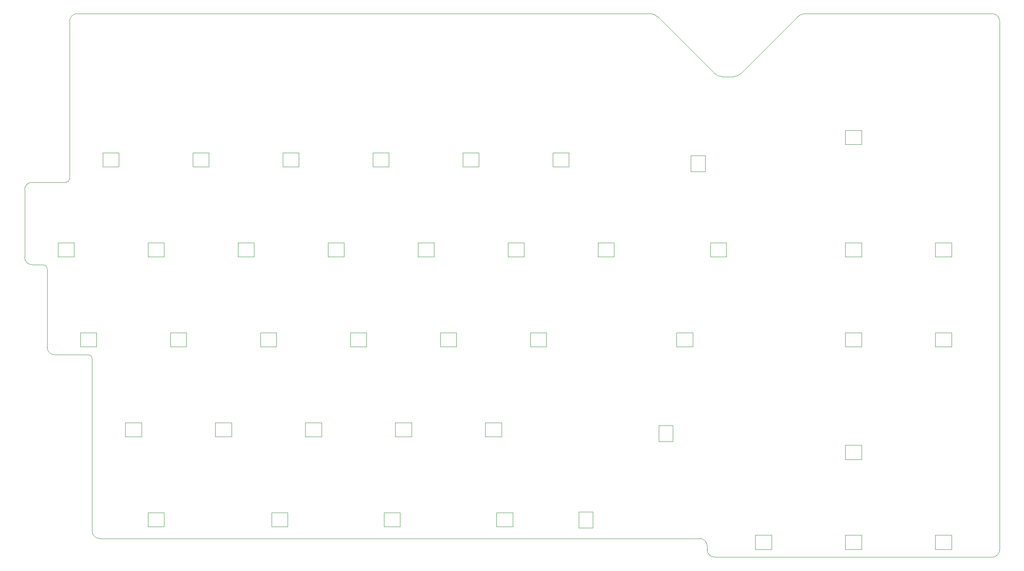
<source format=gm1>
%TF.GenerationSoftware,KiCad,Pcbnew,(6.0.5)*%
%TF.CreationDate,2022-07-21T21:28:31-06:00*%
%TF.ProjectId,kb_right,6b625f72-6967-4687-942e-6b696361645f,rev?*%
%TF.SameCoordinates,Original*%
%TF.FileFunction,Profile,NP*%
%FSLAX46Y46*%
G04 Gerber Fmt 4.6, Leading zero omitted, Abs format (unit mm)*
G04 Created by KiCad (PCBNEW (6.0.5)) date 2022-07-21 21:28:31*
%MOMM*%
%LPD*%
G01*
G04 APERTURE LIST*
%TA.AperFunction,Profile*%
%ADD10C,0.100000*%
%TD*%
%TA.AperFunction,Profile*%
%ADD11C,0.120000*%
%TD*%
G04 APERTURE END LIST*
D10*
X202406254Y-31750040D02*
G75*
G03*
X200818750Y-32543750I234546J-2453560D01*
G01*
X183356250Y-44450000D02*
X171450000Y-32543750D01*
X46037500Y-67468750D02*
G75*
G03*
X46831250Y-66675000I0J793750D01*
G01*
X180181250Y-142875000D02*
X53181250Y-142875000D01*
X51593750Y-141287500D02*
X51593750Y-104775000D01*
X242093750Y-146843750D02*
G75*
G03*
X243681250Y-145256250I-50J1587550D01*
G01*
X181768750Y-145256250D02*
G75*
G03*
X183356250Y-146843750I1587550J50D01*
G01*
X37306250Y-83343750D02*
X37306250Y-69056250D01*
X51593750Y-104775000D02*
G75*
G03*
X50800000Y-103981250I-793750J0D01*
G01*
X183356270Y-44449980D02*
G75*
G03*
X184943750Y-45085000I1574130J1633380D01*
G01*
X51593800Y-141287500D02*
G75*
G03*
X53181250Y-142875000I1587500J0D01*
G01*
X187325000Y-45085007D02*
G75*
G03*
X188912500Y-44450000I52900J2169607D01*
G01*
X50800000Y-103981250D02*
X43656250Y-103981250D01*
X169862500Y-31750000D02*
X48418750Y-31750000D01*
X243681250Y-145256250D02*
X243681250Y-33337500D01*
X200818750Y-32543750D02*
X188912500Y-44450000D01*
X37306250Y-83343750D02*
G75*
G03*
X38893750Y-84931250I1587550J50D01*
G01*
X181768750Y-145256250D02*
X181768750Y-144462500D01*
X42068750Y-102393750D02*
G75*
G03*
X43656250Y-103981250I1587550J50D01*
G01*
X171450005Y-32543745D02*
G75*
G03*
X169862500Y-31750000I-2005105J-2025855D01*
G01*
X46831250Y-66675000D02*
X46831250Y-33337500D01*
X181768700Y-144462500D02*
G75*
G03*
X180181250Y-142875000I-1587500J0D01*
G01*
X38893750Y-67468750D02*
G75*
G03*
X37306250Y-69056250I0J-1587500D01*
G01*
X242093750Y-146843750D02*
X183356250Y-146843750D01*
X38893750Y-67468750D02*
X46037500Y-67468750D01*
X202406250Y-31750000D02*
X242093750Y-31750000D01*
X243681200Y-33337500D02*
G75*
G03*
X242093750Y-31750000I-1587500J0D01*
G01*
X42068750Y-102393750D02*
X42068750Y-85725000D01*
X41275000Y-84931250D02*
X38893750Y-84931250D01*
X42068750Y-85725000D02*
G75*
G03*
X41275000Y-84931250I-793750J0D01*
G01*
X48418750Y-31749950D02*
G75*
G03*
X46831250Y-33337500I50J-1587550D01*
G01*
X187325000Y-45085000D02*
X184943750Y-45085000D01*
D11*
%TO.C,D110*%
X66787500Y-80256250D02*
X63387500Y-80256250D01*
X63387500Y-83256250D02*
X66787500Y-83256250D01*
X66787500Y-83256250D02*
X66787500Y-80256250D01*
X63387500Y-80256250D02*
X63387500Y-83256250D01*
%TO.C,D125*%
X178706250Y-102306250D02*
X178706250Y-99306250D01*
X175306250Y-99306250D02*
X175306250Y-102306250D01*
X178706250Y-99306250D02*
X175306250Y-99306250D01*
X175306250Y-102306250D02*
X178706250Y-102306250D01*
%TO.C,D138*%
X140606250Y-137406250D02*
X137206250Y-137406250D01*
X137206250Y-137406250D02*
X137206250Y-140406250D01*
X140606250Y-140406250D02*
X140606250Y-137406250D01*
X137206250Y-140406250D02*
X140606250Y-140406250D01*
%TO.C,D113*%
X123937500Y-80256250D02*
X120537500Y-80256250D01*
X120537500Y-83256250D02*
X123937500Y-83256250D01*
X120537500Y-80256250D02*
X120537500Y-83256250D01*
X123937500Y-83256250D02*
X123937500Y-80256250D01*
%TO.C,D111*%
X85837500Y-83256250D02*
X85837500Y-80256250D01*
X85837500Y-80256250D02*
X82437500Y-80256250D01*
X82437500Y-83256250D02*
X85837500Y-83256250D01*
X82437500Y-80256250D02*
X82437500Y-83256250D01*
%TO.C,D128*%
X62025000Y-118356250D02*
X58625000Y-118356250D01*
X58625000Y-118356250D02*
X58625000Y-121356250D01*
X58625000Y-121356250D02*
X62025000Y-121356250D01*
X62025000Y-121356250D02*
X62025000Y-118356250D01*
%TO.C,D115*%
X158637500Y-83256250D02*
X162037500Y-83256250D01*
X158637500Y-80256250D02*
X158637500Y-83256250D01*
X162037500Y-80256250D02*
X158637500Y-80256250D01*
X162037500Y-83256250D02*
X162037500Y-80256250D01*
%TO.C,D136*%
X92981250Y-140406250D02*
X92981250Y-137406250D01*
X92981250Y-137406250D02*
X89581250Y-137406250D01*
X89581250Y-137406250D02*
X89581250Y-140406250D01*
X89581250Y-140406250D02*
X92981250Y-140406250D01*
%TO.C,D140*%
X195375000Y-142168750D02*
X191975000Y-142168750D01*
X191975000Y-145168750D02*
X195375000Y-145168750D01*
X191975000Y-142168750D02*
X191975000Y-145168750D01*
X195375000Y-145168750D02*
X195375000Y-142168750D01*
%TO.C,D104*%
X114412500Y-64206250D02*
X114412500Y-61206250D01*
X111012500Y-61206250D02*
X111012500Y-64206250D01*
X111012500Y-64206250D02*
X114412500Y-64206250D01*
X114412500Y-61206250D02*
X111012500Y-61206250D01*
%TO.C,D114*%
X142987500Y-83256250D02*
X142987500Y-80256250D01*
X139587500Y-80256250D02*
X139587500Y-83256250D01*
X142987500Y-80256250D02*
X139587500Y-80256250D01*
X139587500Y-83256250D02*
X142987500Y-83256250D01*
%TO.C,D135*%
X66787500Y-140406250D02*
X66787500Y-137406250D01*
X66787500Y-137406250D02*
X63387500Y-137406250D01*
X63387500Y-137406250D02*
X63387500Y-140406250D01*
X63387500Y-140406250D02*
X66787500Y-140406250D01*
%TO.C,D120*%
X68150000Y-102306250D02*
X71550000Y-102306250D01*
X71550000Y-99306250D02*
X68150000Y-99306250D01*
X68150000Y-99306250D02*
X68150000Y-102306250D01*
X71550000Y-102306250D02*
X71550000Y-99306250D01*
%TO.C,D126*%
X214425000Y-99306250D02*
X211025000Y-99306250D01*
X211025000Y-102306250D02*
X214425000Y-102306250D01*
X211025000Y-99306250D02*
X211025000Y-102306250D01*
X214425000Y-102306250D02*
X214425000Y-99306250D01*
%TO.C,D122*%
X106250000Y-102306250D02*
X109650000Y-102306250D01*
X109650000Y-102306250D02*
X109650000Y-99306250D01*
X109650000Y-99306250D02*
X106250000Y-99306250D01*
X106250000Y-99306250D02*
X106250000Y-102306250D01*
%TO.C,D129*%
X77675000Y-121356250D02*
X81075000Y-121356250D01*
X81075000Y-121356250D02*
X81075000Y-118356250D01*
X81075000Y-118356250D02*
X77675000Y-118356250D01*
X77675000Y-118356250D02*
X77675000Y-121356250D01*
%TO.C,D112*%
X104887500Y-80256250D02*
X101487500Y-80256250D01*
X101487500Y-80256250D02*
X101487500Y-83256250D01*
X101487500Y-83256250D02*
X104887500Y-83256250D01*
X104887500Y-83256250D02*
X104887500Y-80256250D01*
%TO.C,D141*%
X214425000Y-145168750D02*
X214425000Y-142168750D01*
X211025000Y-142168750D02*
X211025000Y-145168750D01*
X214425000Y-142168750D02*
X211025000Y-142168750D01*
X211025000Y-145168750D02*
X214425000Y-145168750D01*
%TO.C,D131*%
X119175000Y-121356250D02*
X119175000Y-118356250D01*
X119175000Y-118356250D02*
X115775000Y-118356250D01*
X115775000Y-118356250D02*
X115775000Y-121356250D01*
X115775000Y-121356250D02*
X119175000Y-121356250D01*
%TO.C,D105*%
X133462500Y-64206250D02*
X133462500Y-61206250D01*
X130062500Y-61206250D02*
X130062500Y-64206250D01*
X130062500Y-64206250D02*
X133462500Y-64206250D01*
X133462500Y-61206250D02*
X130062500Y-61206250D01*
%TO.C,D119*%
X49100000Y-99306250D02*
X49100000Y-102306250D01*
X49100000Y-102306250D02*
X52500000Y-102306250D01*
X52500000Y-102306250D02*
X52500000Y-99306250D01*
X52500000Y-99306250D02*
X49100000Y-99306250D01*
%TO.C,D130*%
X100125000Y-121356250D02*
X100125000Y-118356250D01*
X96725000Y-121356250D02*
X100125000Y-121356250D01*
X96725000Y-118356250D02*
X96725000Y-121356250D01*
X100125000Y-118356250D02*
X96725000Y-118356250D01*
%TO.C,D108*%
X211025000Y-59443750D02*
X214425000Y-59443750D01*
X214425000Y-59443750D02*
X214425000Y-56443750D01*
X214425000Y-56443750D02*
X211025000Y-56443750D01*
X211025000Y-56443750D02*
X211025000Y-59443750D01*
%TO.C,D132*%
X134825000Y-121356250D02*
X138225000Y-121356250D01*
X138225000Y-121356250D02*
X138225000Y-118356250D01*
X138225000Y-118356250D02*
X134825000Y-118356250D01*
X134825000Y-118356250D02*
X134825000Y-121356250D01*
%TO.C,D109*%
X44337500Y-83256250D02*
X47737500Y-83256250D01*
X47737500Y-83256250D02*
X47737500Y-80256250D01*
X47737500Y-80256250D02*
X44337500Y-80256250D01*
X44337500Y-80256250D02*
X44337500Y-83256250D01*
%TO.C,D124*%
X144350000Y-102306250D02*
X147750000Y-102306250D01*
X147750000Y-102306250D02*
X147750000Y-99306250D01*
X147750000Y-99306250D02*
X144350000Y-99306250D01*
X144350000Y-99306250D02*
X144350000Y-102306250D01*
%TO.C,D121*%
X87200000Y-99306250D02*
X87200000Y-102306250D01*
X90600000Y-102306250D02*
X90600000Y-99306250D01*
X87200000Y-102306250D02*
X90600000Y-102306250D01*
X90600000Y-99306250D02*
X87200000Y-99306250D01*
%TO.C,D101*%
X57262500Y-61206250D02*
X53862500Y-61206250D01*
X53862500Y-61206250D02*
X53862500Y-64206250D01*
X57262500Y-64206250D02*
X57262500Y-61206250D01*
X53862500Y-64206250D02*
X57262500Y-64206250D01*
%TO.C,D102*%
X72912500Y-64206250D02*
X76312500Y-64206250D01*
X76312500Y-64206250D02*
X76312500Y-61206250D01*
X76312500Y-61206250D02*
X72912500Y-61206250D01*
X72912500Y-61206250D02*
X72912500Y-64206250D01*
%TO.C,D103*%
X91962500Y-64206250D02*
X95362500Y-64206250D01*
X91962500Y-61206250D02*
X91962500Y-64206250D01*
X95362500Y-64206250D02*
X95362500Y-61206250D01*
X95362500Y-61206250D02*
X91962500Y-61206250D01*
%TO.C,D137*%
X113393750Y-140406250D02*
X116793750Y-140406250D01*
X113393750Y-137406250D02*
X113393750Y-140406250D01*
X116793750Y-140406250D02*
X116793750Y-137406250D01*
X116793750Y-137406250D02*
X113393750Y-137406250D01*
%TO.C,D117*%
X214425000Y-80256250D02*
X211025000Y-80256250D01*
X214425000Y-83256250D02*
X214425000Y-80256250D01*
X211025000Y-83256250D02*
X214425000Y-83256250D01*
X211025000Y-80256250D02*
X211025000Y-83256250D01*
%TO.C,D118*%
X233475000Y-80256250D02*
X230075000Y-80256250D01*
X233475000Y-83256250D02*
X233475000Y-80256250D01*
X230075000Y-83256250D02*
X233475000Y-83256250D01*
X230075000Y-80256250D02*
X230075000Y-83256250D01*
%TO.C,D106*%
X149112500Y-64206250D02*
X152512500Y-64206250D01*
X152512500Y-61206250D02*
X149112500Y-61206250D01*
X152512500Y-64206250D02*
X152512500Y-61206250D01*
X149112500Y-61206250D02*
X149112500Y-64206250D01*
%TO.C,D123*%
X128700000Y-99306250D02*
X125300000Y-99306250D01*
X125300000Y-102306250D02*
X128700000Y-102306250D01*
X128700000Y-102306250D02*
X128700000Y-99306250D01*
X125300000Y-99306250D02*
X125300000Y-102306250D01*
%TO.C,D107*%
X178332000Y-65200000D02*
X181332000Y-65200000D01*
X178332000Y-61800000D02*
X178332000Y-65200000D01*
X181332000Y-61800000D02*
X178332000Y-61800000D01*
X181332000Y-65200000D02*
X181332000Y-61800000D01*
%TO.C,D134*%
X211025000Y-123118750D02*
X211025000Y-126118750D01*
X211025000Y-126118750D02*
X214425000Y-126118750D01*
X214425000Y-126118750D02*
X214425000Y-123118750D01*
X214425000Y-123118750D02*
X211025000Y-123118750D01*
%TO.C,D139*%
X154583000Y-140606250D02*
X157583000Y-140606250D01*
X154583000Y-137206250D02*
X154583000Y-140606250D01*
X157583000Y-140606250D02*
X157583000Y-137206250D01*
X157583000Y-137206250D02*
X154583000Y-137206250D01*
%TO.C,D127*%
X233475000Y-102306250D02*
X233475000Y-99306250D01*
X233475000Y-99306250D02*
X230075000Y-99306250D01*
X230075000Y-99306250D02*
X230075000Y-102306250D01*
X230075000Y-102306250D02*
X233475000Y-102306250D01*
%TO.C,D116*%
X182450000Y-83256250D02*
X185850000Y-83256250D01*
X182450000Y-80256250D02*
X182450000Y-83256250D01*
X185850000Y-83256250D02*
X185850000Y-80256250D01*
X185850000Y-80256250D02*
X182450000Y-80256250D01*
%TO.C,D142*%
X230075000Y-145168750D02*
X233475000Y-145168750D01*
X230075000Y-142168750D02*
X230075000Y-145168750D01*
X233475000Y-145168750D02*
X233475000Y-142168750D01*
X233475000Y-142168750D02*
X230075000Y-142168750D01*
%TO.C,D133*%
X171537500Y-122350000D02*
X174537500Y-122350000D01*
X171537500Y-118950000D02*
X171537500Y-122350000D01*
X174537500Y-118950000D02*
X171537500Y-118950000D01*
X174537500Y-122350000D02*
X174537500Y-118950000D01*
%TD*%
M02*

</source>
